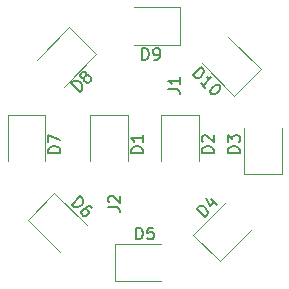
<source format=gbr>
%TF.GenerationSoftware,KiCad,Pcbnew,(5.1.6-0-10_14)*%
%TF.CreationDate,2021-01-01T02:06:57+01:00*%
%TF.ProjectId,lamp10,6c616d70-3130-42e6-9b69-6361645f7063,rev?*%
%TF.SameCoordinates,Original*%
%TF.FileFunction,Legend,Top*%
%TF.FilePolarity,Positive*%
%FSLAX46Y46*%
G04 Gerber Fmt 4.6, Leading zero omitted, Abs format (unit mm)*
G04 Created by KiCad (PCBNEW (5.1.6-0-10_14)) date 2021-01-01 02:06:57*
%MOMM*%
%LPD*%
G01*
G04 APERTURE LIST*
%ADD10C,0.120000*%
%ADD11C,0.150000*%
G04 APERTURE END LIST*
D10*
%TO.C,D1*%
X38600000Y-27500000D02*
X35400000Y-27500000D01*
X35400000Y-31400000D02*
X35400000Y-27500000D01*
X38600000Y-31400000D02*
X38600000Y-27500000D01*
%TO.C,D2*%
X44600000Y-31400000D02*
X44600000Y-27500000D01*
X41400000Y-31400000D02*
X41400000Y-27500000D01*
X44600000Y-27500000D02*
X41400000Y-27500000D01*
%TO.C,D3*%
X48400000Y-32500000D02*
X51600000Y-32500000D01*
X51600000Y-28600000D02*
X51600000Y-32500000D01*
X48400000Y-28600000D02*
X48400000Y-32500000D01*
%TO.C,D4*%
X46858579Y-34878680D02*
X44100862Y-37636396D01*
X49121320Y-37141421D02*
X46363604Y-39899138D01*
X44100862Y-37636396D02*
X46363604Y-39899138D01*
%TO.C,D5*%
X37500000Y-38400000D02*
X37500000Y-41600000D01*
X41400000Y-41600000D02*
X37500000Y-41600000D01*
X41400000Y-38400000D02*
X37500000Y-38400000D01*
%TO.C,D6*%
X35121320Y-36858579D02*
X32363604Y-34100862D01*
X32858579Y-39121320D02*
X30100862Y-36363604D01*
X32363604Y-34100862D02*
X30100862Y-36363604D01*
%TO.C,D7*%
X31600000Y-27500000D02*
X28400000Y-27500000D01*
X28400000Y-31400000D02*
X28400000Y-27500000D01*
X31600000Y-31400000D02*
X31600000Y-27500000D01*
%TO.C,D8*%
X33141421Y-25121320D02*
X35899138Y-22363604D01*
X30878680Y-22858579D02*
X33636396Y-20100862D01*
X35899138Y-22363604D02*
X33636396Y-20100862D01*
%TO.C,D9*%
X43025000Y-21600000D02*
X43025000Y-18400000D01*
X39125000Y-18400000D02*
X43025000Y-18400000D01*
X39125000Y-21600000D02*
X43025000Y-21600000D01*
%TO.C,D10*%
X44828680Y-23141421D02*
X47586396Y-25899138D01*
X47091421Y-20878680D02*
X49849138Y-23636396D01*
X47586396Y-25899138D02*
X49849138Y-23636396D01*
%TO.C,D1*%
D11*
X39852380Y-30738095D02*
X38852380Y-30738095D01*
X38852380Y-30500000D01*
X38900000Y-30357142D01*
X38995238Y-30261904D01*
X39090476Y-30214285D01*
X39280952Y-30166666D01*
X39423809Y-30166666D01*
X39614285Y-30214285D01*
X39709523Y-30261904D01*
X39804761Y-30357142D01*
X39852380Y-30500000D01*
X39852380Y-30738095D01*
X39852380Y-29214285D02*
X39852380Y-29785714D01*
X39852380Y-29500000D02*
X38852380Y-29500000D01*
X38995238Y-29595238D01*
X39090476Y-29690476D01*
X39138095Y-29785714D01*
%TO.C,D2*%
X45852380Y-30738095D02*
X44852380Y-30738095D01*
X44852380Y-30500000D01*
X44900000Y-30357142D01*
X44995238Y-30261904D01*
X45090476Y-30214285D01*
X45280952Y-30166666D01*
X45423809Y-30166666D01*
X45614285Y-30214285D01*
X45709523Y-30261904D01*
X45804761Y-30357142D01*
X45852380Y-30500000D01*
X45852380Y-30738095D01*
X44947619Y-29785714D02*
X44900000Y-29738095D01*
X44852380Y-29642857D01*
X44852380Y-29404761D01*
X44900000Y-29309523D01*
X44947619Y-29261904D01*
X45042857Y-29214285D01*
X45138095Y-29214285D01*
X45280952Y-29261904D01*
X45852380Y-29833333D01*
X45852380Y-29214285D01*
%TO.C,D3*%
X48052380Y-30738095D02*
X47052380Y-30738095D01*
X47052380Y-30500000D01*
X47100000Y-30357142D01*
X47195238Y-30261904D01*
X47290476Y-30214285D01*
X47480952Y-30166666D01*
X47623809Y-30166666D01*
X47814285Y-30214285D01*
X47909523Y-30261904D01*
X48004761Y-30357142D01*
X48052380Y-30500000D01*
X48052380Y-30738095D01*
X47052380Y-29833333D02*
X47052380Y-29214285D01*
X47433333Y-29547619D01*
X47433333Y-29404761D01*
X47480952Y-29309523D01*
X47528571Y-29261904D01*
X47623809Y-29214285D01*
X47861904Y-29214285D01*
X47957142Y-29261904D01*
X48004761Y-29309523D01*
X48052380Y-29404761D01*
X48052380Y-29690476D01*
X48004761Y-29785714D01*
X47957142Y-29833333D01*
%TO.C,D4*%
X45100913Y-36144737D02*
X44393806Y-35437631D01*
X44562165Y-35269272D01*
X44696852Y-35201928D01*
X44831539Y-35201928D01*
X44932554Y-35235600D01*
X45100913Y-35336615D01*
X45201928Y-35437631D01*
X45302944Y-35605989D01*
X45336615Y-35707005D01*
X45336615Y-35841692D01*
X45269272Y-35976379D01*
X45100913Y-36144737D01*
X45639661Y-34663180D02*
X46111066Y-35134585D01*
X45201928Y-34562165D02*
X45538646Y-35235600D01*
X45976379Y-34797867D01*
%TO.C,D5*%
X39261904Y-38052380D02*
X39261904Y-37052380D01*
X39500000Y-37052380D01*
X39642857Y-37100000D01*
X39738095Y-37195238D01*
X39785714Y-37290476D01*
X39833333Y-37480952D01*
X39833333Y-37623809D01*
X39785714Y-37814285D01*
X39738095Y-37909523D01*
X39642857Y-38004761D01*
X39500000Y-38052380D01*
X39261904Y-38052380D01*
X40738095Y-37052380D02*
X40261904Y-37052380D01*
X40214285Y-37528571D01*
X40261904Y-37480952D01*
X40357142Y-37433333D01*
X40595238Y-37433333D01*
X40690476Y-37480952D01*
X40738095Y-37528571D01*
X40785714Y-37623809D01*
X40785714Y-37861904D01*
X40738095Y-37957142D01*
X40690476Y-38004761D01*
X40595238Y-38052380D01*
X40357142Y-38052380D01*
X40261904Y-38004761D01*
X40214285Y-37957142D01*
%TO.C,D6*%
X33855262Y-35100913D02*
X34562368Y-34393806D01*
X34730727Y-34562165D01*
X34798071Y-34696852D01*
X34798071Y-34831539D01*
X34764399Y-34932554D01*
X34663384Y-35100913D01*
X34562368Y-35201928D01*
X34394010Y-35302944D01*
X34292994Y-35336615D01*
X34158307Y-35336615D01*
X34023620Y-35269272D01*
X33855262Y-35100913D01*
X35572521Y-35403959D02*
X35437834Y-35269272D01*
X35336819Y-35235600D01*
X35269475Y-35235600D01*
X35101117Y-35269272D01*
X34932758Y-35370287D01*
X34663384Y-35639661D01*
X34629712Y-35740676D01*
X34629712Y-35808020D01*
X34663384Y-35909035D01*
X34798071Y-36043722D01*
X34899086Y-36077394D01*
X34966430Y-36077394D01*
X35067445Y-36043722D01*
X35235804Y-35875363D01*
X35269475Y-35774348D01*
X35269475Y-35707005D01*
X35235804Y-35605989D01*
X35101117Y-35471302D01*
X35000101Y-35437631D01*
X34932758Y-35437631D01*
X34831743Y-35471302D01*
%TO.C,D7*%
X32852380Y-30738095D02*
X31852380Y-30738095D01*
X31852380Y-30500000D01*
X31900000Y-30357142D01*
X31995238Y-30261904D01*
X32090476Y-30214285D01*
X32280952Y-30166666D01*
X32423809Y-30166666D01*
X32614285Y-30214285D01*
X32709523Y-30261904D01*
X32804761Y-30357142D01*
X32852380Y-30500000D01*
X32852380Y-30738095D01*
X31852380Y-29833333D02*
X31852380Y-29166666D01*
X32852380Y-29595238D01*
%TO.C,D8*%
X34495025Y-25538849D02*
X33787918Y-24831743D01*
X33956277Y-24663384D01*
X34090964Y-24596040D01*
X34225651Y-24596040D01*
X34326666Y-24629712D01*
X34495025Y-24730727D01*
X34596040Y-24831743D01*
X34697056Y-25000101D01*
X34730727Y-25101117D01*
X34730727Y-25235804D01*
X34663384Y-25370491D01*
X34495025Y-25538849D01*
X34899086Y-24326666D02*
X34798071Y-24360338D01*
X34730727Y-24360338D01*
X34629712Y-24326666D01*
X34596040Y-24292994D01*
X34562368Y-24191979D01*
X34562368Y-24124636D01*
X34596040Y-24023620D01*
X34730727Y-23888933D01*
X34831743Y-23855262D01*
X34899086Y-23855262D01*
X35000101Y-23888933D01*
X35033773Y-23922605D01*
X35067445Y-24023620D01*
X35067445Y-24090964D01*
X35033773Y-24191979D01*
X34899086Y-24326666D01*
X34865414Y-24427681D01*
X34865414Y-24495025D01*
X34899086Y-24596040D01*
X35033773Y-24730727D01*
X35134788Y-24764399D01*
X35202132Y-24764399D01*
X35303147Y-24730727D01*
X35437834Y-24596040D01*
X35471506Y-24495025D01*
X35471506Y-24427681D01*
X35437834Y-24326666D01*
X35303147Y-24191979D01*
X35202132Y-24158307D01*
X35134788Y-24158307D01*
X35033773Y-24191979D01*
%TO.C,D9*%
X39786904Y-22852380D02*
X39786904Y-21852380D01*
X40025000Y-21852380D01*
X40167857Y-21900000D01*
X40263095Y-21995238D01*
X40310714Y-22090476D01*
X40358333Y-22280952D01*
X40358333Y-22423809D01*
X40310714Y-22614285D01*
X40263095Y-22709523D01*
X40167857Y-22804761D01*
X40025000Y-22852380D01*
X39786904Y-22852380D01*
X40834523Y-22852380D02*
X41025000Y-22852380D01*
X41120238Y-22804761D01*
X41167857Y-22757142D01*
X41263095Y-22614285D01*
X41310714Y-22423809D01*
X41310714Y-22042857D01*
X41263095Y-21947619D01*
X41215476Y-21900000D01*
X41120238Y-21852380D01*
X40929761Y-21852380D01*
X40834523Y-21900000D01*
X40786904Y-21947619D01*
X40739285Y-22042857D01*
X40739285Y-22280952D01*
X40786904Y-22376190D01*
X40834523Y-22423809D01*
X40929761Y-22471428D01*
X41120238Y-22471428D01*
X41215476Y-22423809D01*
X41263095Y-22376190D01*
X41310714Y-22280952D01*
%TO.C,D10*%
X44074432Y-24158307D02*
X44781539Y-23451201D01*
X44949898Y-23619559D01*
X45017241Y-23754246D01*
X45017241Y-23888933D01*
X44983569Y-23989949D01*
X44882554Y-24158307D01*
X44781539Y-24259323D01*
X44613180Y-24360338D01*
X44512165Y-24394010D01*
X44377478Y-24394010D01*
X44242791Y-24326666D01*
X44074432Y-24158307D01*
X45151928Y-25235804D02*
X44747867Y-24831743D01*
X44949898Y-25033773D02*
X45657005Y-24326666D01*
X45488646Y-24360338D01*
X45353959Y-24360338D01*
X45252944Y-24326666D01*
X46296768Y-24966430D02*
X46364111Y-25033773D01*
X46397783Y-25134788D01*
X46397783Y-25202132D01*
X46364111Y-25303147D01*
X46263096Y-25471506D01*
X46094737Y-25639865D01*
X45926379Y-25740880D01*
X45825363Y-25774552D01*
X45758020Y-25774552D01*
X45657005Y-25740880D01*
X45589661Y-25673536D01*
X45555989Y-25572521D01*
X45555989Y-25505178D01*
X45589661Y-25404162D01*
X45690676Y-25235804D01*
X45859035Y-25067445D01*
X46027394Y-24966430D01*
X46128409Y-24932758D01*
X46195753Y-24932758D01*
X46296768Y-24966430D01*
%TO.C,J1*%
X41992380Y-25333333D02*
X42706666Y-25333333D01*
X42849523Y-25380952D01*
X42944761Y-25476190D01*
X42992380Y-25619047D01*
X42992380Y-25714285D01*
X42992380Y-24333333D02*
X42992380Y-24904761D01*
X42992380Y-24619047D02*
X41992380Y-24619047D01*
X42135238Y-24714285D01*
X42230476Y-24809523D01*
X42278095Y-24904761D01*
%TO.C,J2*%
X36912380Y-35333333D02*
X37626666Y-35333333D01*
X37769523Y-35380952D01*
X37864761Y-35476190D01*
X37912380Y-35619047D01*
X37912380Y-35714285D01*
X37007619Y-34904761D02*
X36960000Y-34857142D01*
X36912380Y-34761904D01*
X36912380Y-34523809D01*
X36960000Y-34428571D01*
X37007619Y-34380952D01*
X37102857Y-34333333D01*
X37198095Y-34333333D01*
X37340952Y-34380952D01*
X37912380Y-34952380D01*
X37912380Y-34333333D01*
%TD*%
M02*

</source>
